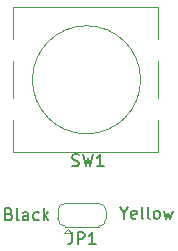
<source format=gto>
G04 #@! TF.GenerationSoftware,KiCad,Pcbnew,5.1.4-e60b266~84~ubuntu16.04.1*
G04 #@! TF.CreationDate,2019-09-19T10:39:33-04:00*
G04 #@! TF.ProjectId,tactile_switch_pcb_v2,74616374-696c-4655-9f73-77697463685f,1.0*
G04 #@! TF.SameCoordinates,Original*
G04 #@! TF.FileFunction,Legend,Top*
G04 #@! TF.FilePolarity,Positive*
%FSLAX46Y46*%
G04 Gerber Fmt 4.6, Leading zero omitted, Abs format (unit mm)*
G04 Created by KiCad (PCBNEW 5.1.4-e60b266~84~ubuntu16.04.1) date 2019-09-19 10:39:33*
%MOMM*%
%LPD*%
G04 APERTURE LIST*
%ADD10C,0.150000*%
%ADD11C,0.120000*%
G04 APERTURE END LIST*
D10*
X150852428Y-119229190D02*
X150852428Y-119705380D01*
X150519095Y-118705380D02*
X150852428Y-119229190D01*
X151185761Y-118705380D01*
X151900047Y-119657761D02*
X151804809Y-119705380D01*
X151614333Y-119705380D01*
X151519095Y-119657761D01*
X151471476Y-119562523D01*
X151471476Y-119181571D01*
X151519095Y-119086333D01*
X151614333Y-119038714D01*
X151804809Y-119038714D01*
X151900047Y-119086333D01*
X151947666Y-119181571D01*
X151947666Y-119276809D01*
X151471476Y-119372047D01*
X152519095Y-119705380D02*
X152423857Y-119657761D01*
X152376238Y-119562523D01*
X152376238Y-118705380D01*
X153042904Y-119705380D02*
X152947666Y-119657761D01*
X152900047Y-119562523D01*
X152900047Y-118705380D01*
X153566714Y-119705380D02*
X153471476Y-119657761D01*
X153423857Y-119610142D01*
X153376238Y-119514904D01*
X153376238Y-119229190D01*
X153423857Y-119133952D01*
X153471476Y-119086333D01*
X153566714Y-119038714D01*
X153709571Y-119038714D01*
X153804809Y-119086333D01*
X153852428Y-119133952D01*
X153900047Y-119229190D01*
X153900047Y-119514904D01*
X153852428Y-119610142D01*
X153804809Y-119657761D01*
X153709571Y-119705380D01*
X153566714Y-119705380D01*
X154233380Y-119038714D02*
X154423857Y-119705380D01*
X154614333Y-119229190D01*
X154804809Y-119705380D01*
X154995285Y-119038714D01*
X141144809Y-119308571D02*
X141287666Y-119356190D01*
X141335285Y-119403809D01*
X141382904Y-119499047D01*
X141382904Y-119641904D01*
X141335285Y-119737142D01*
X141287666Y-119784761D01*
X141192428Y-119832380D01*
X140811476Y-119832380D01*
X140811476Y-118832380D01*
X141144809Y-118832380D01*
X141240047Y-118880000D01*
X141287666Y-118927619D01*
X141335285Y-119022857D01*
X141335285Y-119118095D01*
X141287666Y-119213333D01*
X141240047Y-119260952D01*
X141144809Y-119308571D01*
X140811476Y-119308571D01*
X141954333Y-119832380D02*
X141859095Y-119784761D01*
X141811476Y-119689523D01*
X141811476Y-118832380D01*
X142763857Y-119832380D02*
X142763857Y-119308571D01*
X142716238Y-119213333D01*
X142621000Y-119165714D01*
X142430523Y-119165714D01*
X142335285Y-119213333D01*
X142763857Y-119784761D02*
X142668619Y-119832380D01*
X142430523Y-119832380D01*
X142335285Y-119784761D01*
X142287666Y-119689523D01*
X142287666Y-119594285D01*
X142335285Y-119499047D01*
X142430523Y-119451428D01*
X142668619Y-119451428D01*
X142763857Y-119403809D01*
X143668619Y-119784761D02*
X143573380Y-119832380D01*
X143382904Y-119832380D01*
X143287666Y-119784761D01*
X143240047Y-119737142D01*
X143192428Y-119641904D01*
X143192428Y-119356190D01*
X143240047Y-119260952D01*
X143287666Y-119213333D01*
X143382904Y-119165714D01*
X143573380Y-119165714D01*
X143668619Y-119213333D01*
X144097190Y-119832380D02*
X144097190Y-118832380D01*
X144192428Y-119451428D02*
X144478142Y-119832380D01*
X144478142Y-119165714D02*
X144097190Y-119546666D01*
D11*
X145270000Y-119080000D02*
G75*
G02X145970000Y-118380000I700000J0D01*
G01*
X145970000Y-120380000D02*
G75*
G02X145270000Y-119680000I0J700000D01*
G01*
X149370000Y-119680000D02*
G75*
G02X148670000Y-120380000I-700000J0D01*
G01*
X148670000Y-118380000D02*
G75*
G02X149370000Y-119080000I0J-700000D01*
G01*
X145920000Y-118380000D02*
X148720000Y-118380000D01*
X149370000Y-119080000D02*
X149370000Y-119680000D01*
X148720000Y-120380000D02*
X145920000Y-120380000D01*
X145270000Y-119680000D02*
X145270000Y-119080000D01*
X146120000Y-120580000D02*
X145820000Y-120880000D01*
X145820000Y-120880000D02*
X146420000Y-120880000D01*
X146120000Y-120580000D02*
X146420000Y-120880000D01*
X153751000Y-101760000D02*
X153751000Y-104480000D01*
X153751000Y-111340000D02*
X153751000Y-114060000D01*
X141451000Y-109480000D02*
X141451000Y-106340000D01*
X141451000Y-114060000D02*
X141451000Y-111340000D01*
X152280050Y-107950000D02*
G75*
G03X152280050Y-107950000I-4579050J0D01*
G01*
X141451000Y-104480000D02*
X141451000Y-101760000D01*
X153751000Y-114060000D02*
X141451000Y-114060000D01*
X153751000Y-106340000D02*
X153751000Y-109480000D01*
X141451000Y-101760000D02*
X153751000Y-101760000D01*
D10*
X146486666Y-120864380D02*
X146486666Y-121578666D01*
X146439047Y-121721523D01*
X146343809Y-121816761D01*
X146200952Y-121864380D01*
X146105714Y-121864380D01*
X146962857Y-121864380D02*
X146962857Y-120864380D01*
X147343809Y-120864380D01*
X147439047Y-120912000D01*
X147486666Y-120959619D01*
X147534285Y-121054857D01*
X147534285Y-121197714D01*
X147486666Y-121292952D01*
X147439047Y-121340571D01*
X147343809Y-121388190D01*
X146962857Y-121388190D01*
X148486666Y-121864380D02*
X147915238Y-121864380D01*
X148200952Y-121864380D02*
X148200952Y-120864380D01*
X148105714Y-121007238D01*
X148010476Y-121102476D01*
X147915238Y-121150095D01*
X146494666Y-115212761D02*
X146637523Y-115260380D01*
X146875619Y-115260380D01*
X146970857Y-115212761D01*
X147018476Y-115165142D01*
X147066095Y-115069904D01*
X147066095Y-114974666D01*
X147018476Y-114879428D01*
X146970857Y-114831809D01*
X146875619Y-114784190D01*
X146685142Y-114736571D01*
X146589904Y-114688952D01*
X146542285Y-114641333D01*
X146494666Y-114546095D01*
X146494666Y-114450857D01*
X146542285Y-114355619D01*
X146589904Y-114308000D01*
X146685142Y-114260380D01*
X146923238Y-114260380D01*
X147066095Y-114308000D01*
X147399428Y-114260380D02*
X147637523Y-115260380D01*
X147828000Y-114546095D01*
X148018476Y-115260380D01*
X148256571Y-114260380D01*
X149161333Y-115260380D02*
X148589904Y-115260380D01*
X148875619Y-115260380D02*
X148875619Y-114260380D01*
X148780380Y-114403238D01*
X148685142Y-114498476D01*
X148589904Y-114546095D01*
M02*

</source>
